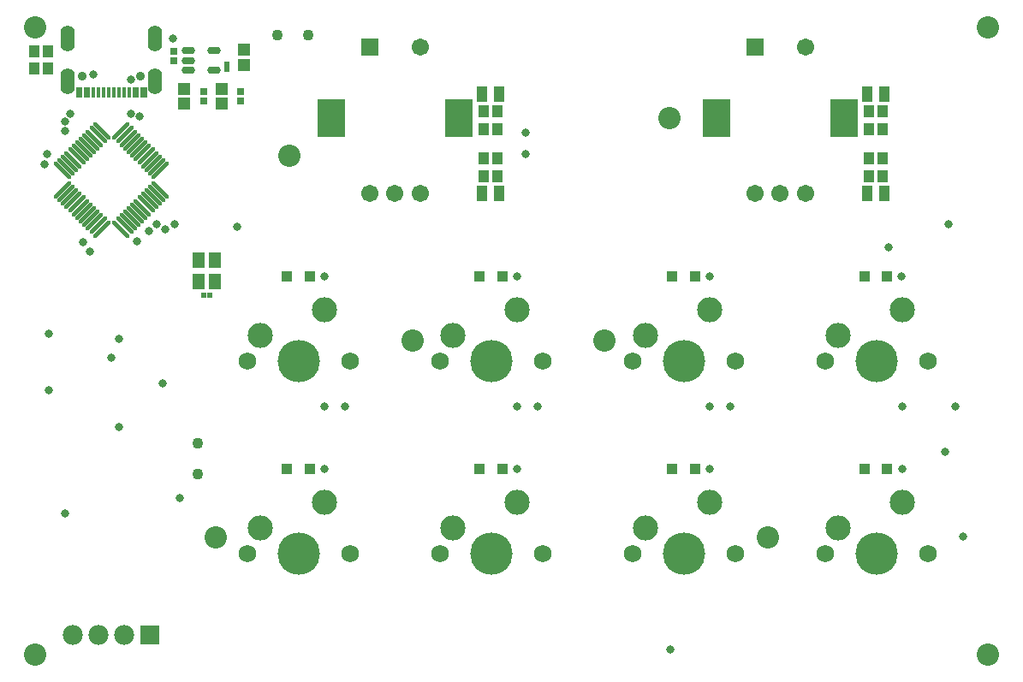
<source format=gts>
G04*
G04 #@! TF.GenerationSoftware,Altium Limited,CircuitMaker,2.3.0 (2.3.0.3)*
G04*
G04 Layer_Color=20142*
%FSLAX25Y25*%
%MOIN*%
G70*
G04*
G04 #@! TF.SameCoordinates,7A92FE71-458D-4544-954B-740947ED0FFD*
G04*
G04*
G04 #@! TF.FilePolarity,Negative*
G04*
G01*
G75*
%ADD33R,0.05131X0.05918*%
%ADD34R,0.02217X0.02060*%
%ADD35R,0.04068X0.04068*%
%ADD36R,0.04737X0.04934*%
%ADD37R,0.02060X0.02217*%
%ADD38O,0.05131X0.02965*%
%ADD39R,0.03150X0.02953*%
%ADD40R,0.03950X0.04540*%
G04:AMPARAMS|DCode=41|XSize=18.63mil|YSize=90.68mil|CornerRadius=0mil|HoleSize=0mil|Usage=FLASHONLY|Rotation=135.000|XOffset=0mil|YOffset=0mil|HoleType=Round|Shape=Round|*
%AMOVALD41*
21,1,0.07205,0.01863,0.00000,0.00000,225.0*
1,1,0.01863,0.02547,0.02547*
1,1,0.01863,-0.02547,-0.02547*
%
%ADD41OVALD41*%

G04:AMPARAMS|DCode=42|XSize=18.63mil|YSize=90.68mil|CornerRadius=0mil|HoleSize=0mil|Usage=FLASHONLY|Rotation=225.000|XOffset=0mil|YOffset=0mil|HoleType=Round|Shape=Round|*
%AMOVALD42*
21,1,0.07205,0.01863,0.00000,0.00000,315.0*
1,1,0.01863,-0.02547,0.02547*
1,1,0.01863,0.02547,-0.02547*
%
%ADD42OVALD42*%

G04:AMPARAMS|DCode=43|XSize=18.63mil|YSize=90.68mil|CornerRadius=0mil|HoleSize=0mil|Usage=FLASHONLY|Rotation=225.000|XOffset=0mil|YOffset=0mil|HoleType=Round|Shape=Round|*
%AMOVALD43*
21,1,0.07205,0.01863,0.00000,0.00000,315.0*
1,1,0.01863,-0.02547,0.02547*
1,1,0.01863,0.02547,-0.02547*
%
%ADD43OVALD43*%

%ADD44R,0.01654X0.04409*%
%ADD45R,0.04343X0.04737*%
%ADD46R,0.04343X0.05918*%
%ADD47R,0.05131X0.04737*%
%ADD48C,0.08674*%
%ADD49C,0.16500*%
%ADD50C,0.09800*%
%ADD51C,0.06800*%
%ADD52C,0.04343*%
%ADD53C,0.07800*%
%ADD54R,0.07800X0.07800*%
%ADD55R,0.10800X0.14800*%
%ADD56R,0.06706X0.06706*%
%ADD57C,0.06706*%
%ADD58O,0.05524X0.10249*%
%ADD59C,0.03556*%
%ADD60C,0.03162*%
D33*
X169252Y251366D02*
D03*
Y259634D02*
D03*
X175748D02*
D03*
Y251366D02*
D03*
D34*
X173602Y246000D02*
D03*
X171398D02*
D03*
D35*
X278878Y253346D02*
D03*
X287657D02*
D03*
X353878D02*
D03*
X362657D02*
D03*
X428681D02*
D03*
X437461D02*
D03*
X203878Y178347D02*
D03*
X212657D02*
D03*
X278878D02*
D03*
X287657D02*
D03*
X353878D02*
D03*
X362657D02*
D03*
X428681D02*
D03*
X437461D02*
D03*
X212657Y253346D02*
D03*
X203878D02*
D03*
D36*
X187000Y335547D02*
D03*
Y341453D02*
D03*
D37*
X180315Y335945D02*
D03*
Y333740D02*
D03*
D38*
X165551Y341142D02*
D03*
Y337402D02*
D03*
Y333661D02*
D03*
X175394Y341142D02*
D03*
Y333661D02*
D03*
D39*
X159646Y341043D02*
D03*
Y337303D02*
D03*
X171260Y325295D02*
D03*
Y321555D02*
D03*
X185827Y325295D02*
D03*
Y321555D02*
D03*
D40*
X105413Y334252D02*
D03*
X110728D02*
D03*
X105413Y340945D02*
D03*
X110728D02*
D03*
D41*
X131675Y271678D02*
D03*
X130283Y273070D02*
D03*
X128891Y274462D02*
D03*
X127499Y275854D02*
D03*
X126107Y277246D02*
D03*
X124715Y278638D02*
D03*
X123323Y280030D02*
D03*
X121931Y281422D02*
D03*
X120539Y282814D02*
D03*
X119147Y284206D02*
D03*
X117755Y285598D02*
D03*
X116364Y286990D02*
D03*
X139191Y309818D02*
D03*
X140583Y308426D02*
D03*
X141975Y307034D02*
D03*
X143367Y305642D02*
D03*
X144759Y304250D02*
D03*
X146151Y302858D02*
D03*
X147543Y301466D02*
D03*
X148935Y300074D02*
D03*
X150327Y298682D02*
D03*
X151719Y297290D02*
D03*
X153111Y295898D02*
D03*
X154503Y294506D02*
D03*
D42*
X116364D02*
D03*
D43*
X117755Y295898D02*
D03*
X119147Y297290D02*
D03*
X120539Y298682D02*
D03*
X121931Y300074D02*
D03*
X123323Y301466D02*
D03*
X124715Y302858D02*
D03*
X126107Y304250D02*
D03*
X127499Y305642D02*
D03*
X128891Y307034D02*
D03*
X130283Y308426D02*
D03*
X131675Y309818D02*
D03*
X154503Y286990D02*
D03*
X153111Y285598D02*
D03*
X151719Y284206D02*
D03*
X150327Y282814D02*
D03*
X148935Y281422D02*
D03*
X147543Y280030D02*
D03*
X146151Y278638D02*
D03*
X144759Y277246D02*
D03*
X143367Y275854D02*
D03*
X141975Y274462D02*
D03*
X140583Y273070D02*
D03*
X139191Y271678D02*
D03*
D44*
X148622Y325000D02*
D03*
X147441D02*
D03*
X145472D02*
D03*
X144291D02*
D03*
X136417D02*
D03*
X134449D02*
D03*
X138386D02*
D03*
X140354D02*
D03*
X142323D02*
D03*
X122244D02*
D03*
X123425D02*
D03*
X125394D02*
D03*
X126575D02*
D03*
X132480D02*
D03*
X130512D02*
D03*
X128543D02*
D03*
D45*
X435630Y310630D02*
D03*
X430512D02*
D03*
X435630Y317520D02*
D03*
X430512D02*
D03*
X435630Y299213D02*
D03*
X430512D02*
D03*
X430512Y292323D02*
D03*
X435630D02*
D03*
X285630Y310630D02*
D03*
X280512D02*
D03*
X285630Y317520D02*
D03*
X280512D02*
D03*
X285630Y299213D02*
D03*
X280512D02*
D03*
Y292323D02*
D03*
X285630D02*
D03*
D46*
X436511Y324213D02*
D03*
X429631D02*
D03*
X436511Y285630D02*
D03*
X429631D02*
D03*
X286511Y324213D02*
D03*
X279631D02*
D03*
X286511Y285630D02*
D03*
X279631D02*
D03*
D47*
X163779Y320571D02*
D03*
Y326279D02*
D03*
X178543Y320571D02*
D03*
Y326279D02*
D03*
D48*
X175984Y151575D02*
D03*
X352756Y314961D02*
D03*
X204724Y300394D02*
D03*
X252756Y228150D02*
D03*
X327559D02*
D03*
X390945Y151575D02*
D03*
X105905Y105905D02*
D03*
X476772Y350394D02*
D03*
X105905D02*
D03*
X476772Y105905D02*
D03*
D49*
X433366Y220374D02*
D03*
X358366D02*
D03*
X283366D02*
D03*
X433366Y145374D02*
D03*
X358366D02*
D03*
X283366D02*
D03*
X208366D02*
D03*
Y220374D02*
D03*
D50*
X418366Y230374D02*
D03*
X443366Y240374D02*
D03*
X368366D02*
D03*
X343366Y230374D02*
D03*
X293366Y240374D02*
D03*
X268366Y230374D02*
D03*
X443366Y165374D02*
D03*
X418366Y155374D02*
D03*
X368366Y165374D02*
D03*
X343366Y155374D02*
D03*
X293366Y165374D02*
D03*
X268366Y155374D02*
D03*
X218366Y165374D02*
D03*
X193366Y155374D02*
D03*
Y230374D02*
D03*
X218366Y240374D02*
D03*
D51*
X453366Y220374D02*
D03*
X413366D02*
D03*
X338366D02*
D03*
X378366D02*
D03*
X263366D02*
D03*
X303366D02*
D03*
X413366Y145374D02*
D03*
X453366D02*
D03*
X338366D02*
D03*
X378366D02*
D03*
X263366D02*
D03*
X303366D02*
D03*
X188366D02*
D03*
X228366D02*
D03*
Y220374D02*
D03*
X188366D02*
D03*
D52*
X169091Y176295D02*
D03*
Y188106D02*
D03*
X211953Y347390D02*
D03*
X200142D02*
D03*
D53*
X120394Y113583D02*
D03*
X130394D02*
D03*
X140394D02*
D03*
D54*
X150394D02*
D03*
D55*
X371063Y314961D02*
D03*
X420669D02*
D03*
X221063D02*
D03*
X270669D02*
D03*
D56*
X386024Y342520D02*
D03*
X236024D02*
D03*
D57*
X405709D02*
D03*
X386024Y285433D02*
D03*
X395866D02*
D03*
X405709D02*
D03*
X255709Y342520D02*
D03*
X236024Y285433D02*
D03*
X245866D02*
D03*
X255709D02*
D03*
D58*
X152461Y345768D02*
D03*
X118405D02*
D03*
X152461Y329232D02*
D03*
X118405D02*
D03*
D59*
X146850Y331201D02*
D03*
X124016D02*
D03*
D60*
X353000Y108000D02*
D03*
X467000Y152000D02*
D03*
X296654Y309252D02*
D03*
Y300787D02*
D03*
X461500Y273500D02*
D03*
X464000Y202500D02*
D03*
X443500D02*
D03*
X376500D02*
D03*
X368500D02*
D03*
X301500D02*
D03*
X293500D02*
D03*
X226500D02*
D03*
X218500D02*
D03*
X162000Y167000D02*
D03*
X135500Y221500D02*
D03*
X155500Y211500D02*
D03*
X184500Y272500D02*
D03*
X138500Y194500D02*
D03*
Y229000D02*
D03*
X160000Y273500D02*
D03*
X111000Y209000D02*
D03*
Y231000D02*
D03*
X119500Y316500D02*
D03*
X117500Y313500D02*
D03*
Y310000D02*
D03*
Y161000D02*
D03*
X460000Y185000D02*
D03*
X438000Y264500D02*
D03*
X159500Y346000D02*
D03*
X146500Y315500D02*
D03*
X143000Y316500D02*
D03*
X156500Y271500D02*
D03*
X145500Y267000D02*
D03*
X109500Y297000D02*
D03*
X110500Y301000D02*
D03*
X128500Y332000D02*
D03*
X143000Y330000D02*
D03*
X127000Y263000D02*
D03*
X124500Y266500D02*
D03*
X150000Y271000D02*
D03*
X153000Y273500D02*
D03*
X443110Y253346D02*
D03*
X368307D02*
D03*
X293307D02*
D03*
X218307D02*
D03*
Y178347D02*
D03*
X293307D02*
D03*
X368307D02*
D03*
X443307D02*
D03*
M02*

</source>
